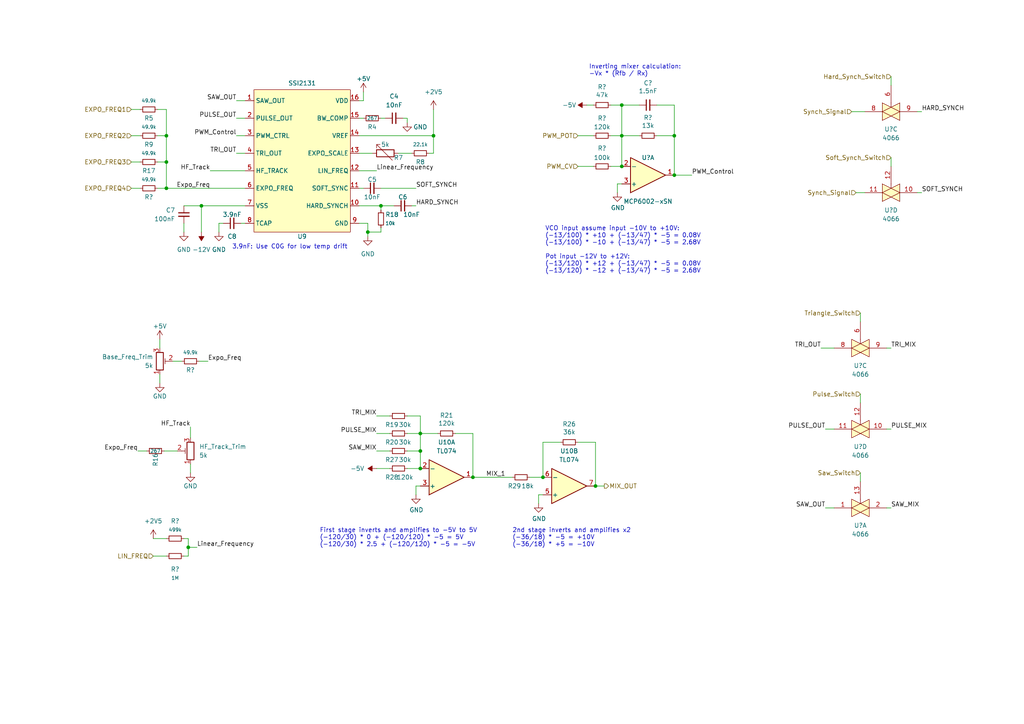
<source format=kicad_sch>
(kicad_sch (version 20211123) (generator eeschema)
  (paper "A4")
  (lib_symbols
    (symbol "4xxx:4066" (pin_names (offset 1.016))
      (property "Reference" "U" (at -7.62 8.89 0))
      (property "Value" "4066" (at -7.62 -8.89 0))
      (symbol "4066_1_0"
        (polyline (pts (xy 0 1.27) (xy 0 2.54)) (stroke (width 0.1524)))
        (polyline (pts (xy -2.54 0) (xy 2.54 2.54) (xy 2.54 -2.54) (xy -2.54 0)) (fill (type background)))
        (polyline (pts (xy -2.54 2.54) (xy 2.54 0) (xy -2.54 -2.54) (xy -2.54 2.54)) (fill (type background)))
        (pin passive line (at -7.62 0 0) (length 5.08) (name "~") (number "1"))
        (pin input line (at 0 7.62 270) (length 5.08) (name "~") (number "13"))
        (pin passive line (at 7.62 0 180) (length 5.08) (name "~") (number "2"))
      )
      (symbol "4066_2_0"
        (polyline (pts (xy 0 1.27) (xy 0 2.54)) (stroke (width 0.1524)))
        (polyline (pts (xy -2.54 0) (xy 2.54 2.54) (xy 2.54 -2.54) (xy -2.54 0)) (fill (type background)))
        (polyline (pts (xy -2.54 2.54) (xy 2.54 0) (xy -2.54 -2.54) (xy -2.54 2.54)) (fill (type background)))
        (pin passive line (at 7.62 0 180) (length 5.08) (name "~") (number "3"))
        (pin passive line (at -7.62 0 0) (length 5.08) (name "~") (number "4"))
        (pin input line (at 0 7.62 270) (length 5.08) (name "~") (number "5"))
      )
      (symbol "4066_3_0"
        (polyline (pts (xy 0 1.27) (xy 0 2.54)) (stroke (width 0.1524)))
        (polyline (pts (xy -2.54 0) (xy 2.54 2.54) (xy 2.54 -2.54) (xy -2.54 0)) (fill (type background)))
        (polyline (pts (xy -2.54 2.54) (xy 2.54 0) (xy -2.54 -2.54) (xy -2.54 2.54)) (fill (type background)))
        (pin input line (at 0 7.62 270) (length 5.08) (name "~") (number "6"))
        (pin passive line (at -7.62 0 0) (length 5.08) (name "~") (number "8"))
        (pin passive line (at 7.62 0 180) (length 5.08) (name "~") (number "9"))
      )
      (symbol "4066_4_0"
        (polyline (pts (xy 0 1.27) (xy 0 2.54)) (stroke (width 0.1524)))
        (polyline (pts (xy -2.54 0) (xy 2.54 2.54) (xy 2.54 -2.54) (xy -2.54 0)) (fill (type background)))
        (polyline (pts (xy -2.54 2.54) (xy 2.54 0) (xy -2.54 -2.54) (xy -2.54 2.54)) (fill (type background)))
        (pin passive line (at 7.62 0 180) (length 5.08) (name "~") (number "10"))
        (pin passive line (at -7.62 0 0) (length 5.08) (name "~") (number "11"))
        (pin input line (at 0 7.62 270) (length 5.08) (name "~") (number "12"))
      )
      (symbol "4066_5_0"
        (pin power_in line (at 0 12.7 270) (length 5.08) (name "VDD") (number "14"))
        (pin power_in line (at 0 -12.7 90) (length 5.08) (name "VSS") (number "7"))
      )
      (symbol "4066_5_1"
        (rectangle (start -5.08 7.62) (end 5.08 -7.62) (stroke (width 0.254)) (fill (type background)))
      )
    )
    (symbol "Amplifier_Operational:MCP6002-xSN" (pin_names (offset 0.127))
      (property "Reference" "U" (at 0 5.08 0))
      (property "Value" "MCP6002-xSN" (at 0 -5.08 0))
      (symbol "MCP6002-xSN_1_1"
        (polyline (pts (xy -5.08 5.08) (xy 5.08 0) (xy -5.08 -5.08) (xy -5.08 5.08)) (stroke (width 0.254)) (fill (type background)))
        (pin output line (at 7.62 0 180) (length 2.54) (name "~") (number "1"))
        (pin input line (at -7.62 -2.54 0) (length 2.54) (name "-") (number "2"))
        (pin input line (at -7.62 2.54 0) (length 2.54) (name "+") (number "3"))
      )
      (symbol "MCP6002-xSN_2_1"
        (polyline (pts (xy -5.08 5.08) (xy 5.08 0) (xy -5.08 -5.08) (xy -5.08 5.08)) (stroke (width 0.254)) (fill (type background)))
        (pin input line (at -7.62 2.54 0) (length 2.54) (name "+") (number "5"))
        (pin input line (at -7.62 -2.54 0) (length 2.54) (name "-") (number "6"))
        (pin output line (at 7.62 0 180) (length 2.54) (name "~") (number "7"))
      )
      (symbol "MCP6002-xSN_3_1"
        (pin power_in line (at -2.54 -7.62 90) (length 3.81) (name "V-") (number "4"))
        (pin power_in line (at -2.54 7.62 270) (length 3.81) (name "V+") (number "8"))
      )
    )
    (symbol "Amplifier_Operational:TL074" (pin_names (offset 0.127))
      (property "Reference" "U" (at 0 5.08 0))
      (property "Value" "TL074" (at 0 -5.08 0))
      (symbol "TL074_1_1"
        (polyline (pts (xy -5.08 5.08) (xy 5.08 0) (xy -5.08 -5.08) (xy -5.08 5.08)) (stroke (width 0.254)) (fill (type background)))
        (pin output line (at 7.62 0 180) (length 2.54) (name "~") (number "1"))
        (pin input line (at -7.62 -2.54 0) (length 2.54) (name "-") (number "2"))
        (pin input line (at -7.62 2.54 0) (length 2.54) (name "+") (number "3"))
      )
      (symbol "TL074_2_1"
        (polyline (pts (xy -5.08 5.08) (xy 5.08 0) (xy -5.08 -5.08) (xy -5.08 5.08)) (stroke (width 0.254)) (fill (type background)))
        (pin input line (at -7.62 2.54 0) (length 2.54) (name "+") (number "5"))
        (pin input line (at -7.62 -2.54 0) (length 2.54) (name "-") (number "6"))
        (pin output line (at 7.62 0 180) (length 2.54) (name "~") (number "7"))
      )
      (symbol "TL074_3_1"
        (polyline (pts (xy -5.08 5.08) (xy 5.08 0) (xy -5.08 -5.08) (xy -5.08 5.08)) (stroke (width 0.254)) (fill (type background)))
        (pin input line (at -7.62 2.54 0) (length 2.54) (name "+") (number "10"))
        (pin output line (at 7.62 0 180) (length 2.54) (name "~") (number "8"))
        (pin input line (at -7.62 -2.54 0) (length 2.54) (name "-") (number "9"))
      )
      (symbol "TL074_4_1"
        (polyline (pts (xy -5.08 5.08) (xy 5.08 0) (xy -5.08 -5.08) (xy -5.08 5.08)) (stroke (width 0.254)) (fill (type background)))
        (pin input line (at -7.62 2.54 0) (length 2.54) (name "+") (number "12"))
        (pin input line (at -7.62 -2.54 0) (length 2.54) (name "-") (number "13"))
        (pin output line (at 7.62 0 180) (length 2.54) (name "~") (number "14"))
      )
      (symbol "TL074_5_1"
        (pin power_in line (at -2.54 -7.62 90) (length 3.81) (name "V-") (number "11"))
        (pin power_in line (at -2.54 7.62 270) (length 3.81) (name "V+") (number "4"))
      )
    )
    (symbol "Custom_Audio:SSI2131"
      (property "Reference" "U" (at 0 21.59 0))
      (property "Value" "SSI2131" (at 0 -23.495 0))
      (symbol "SSI2131_0_0"
        (pin output line (at -16.51 16.51 0) (length 2.54) (name "SAW_OUT") (number "1"))
        (pin input line (at 16.51 -13.97 180) (length 2.54) (name "HARD_SYNCH") (number "10"))
        (pin input line (at 16.51 -8.89 180) (length 2.54) (name "SOFT_SYNC") (number "11"))
        (pin input line (at 16.51 -3.81 180) (length 2.54) (name "LIN_FREQ") (number "12"))
        (pin input line (at 16.51 1.27 180) (length 2.54) (name "EXPO_SCALE") (number "13"))
        (pin power_in line (at 16.51 6.35 180) (length 2.54) (name "VREF") (number "14"))
        (pin output line (at 16.51 11.43 180) (length 2.54) (name "BW_COMP") (number "15"))
        (pin power_in line (at 16.51 16.51 180) (length 2.54) (name "VDD") (number "16"))
        (pin output line (at -16.51 11.43 0) (length 2.54) (name "PULSE_OUT") (number "2"))
        (pin input line (at -16.51 6.35 0) (length 2.54) (name "PWM_CTRL") (number "3"))
        (pin output line (at -16.51 -3.81 0) (length 2.54) (name "HF_TRACK") (number "5"))
        (pin input line (at -16.51 -8.89 0) (length 2.54) (name "EXPO_FREQ") (number "6"))
        (pin power_in line (at -16.51 -13.97 0) (length 2.54) (name "VSS") (number "7"))
        (pin input line (at -16.51 -19.05 0) (length 2.54) (name "TCAP") (number "8"))
        (pin power_in line (at 16.51 -19.05 180) (length 2.54) (name "GND") (number "9"))
      )
      (symbol "SSI2131_0_1"
        (rectangle (start -13.97 19.685) (end 13.97 -21.59) (fill (type background)))
      )
      (symbol "SSI2131_1_1"
        (pin output line (at -16.51 1.27 0) (length 2.54) (name "TRI_OUT") (number "4"))
      )
    )
    (symbol "Device:C_Small" (pin_numbers hide) (pin_names (offset 0.254) hide)
      (property "Reference" "C" (at 0.254 1.778 0))
      (property "Value" "C_Small" (at 0.254 -2.032 0))
      (symbol "C_Small_0_1"
        (polyline (pts (xy -1.524 -0.508) (xy 1.524 -0.508)) (stroke (width 0.3302)))
        (polyline (pts (xy -1.524 0.508) (xy 1.524 0.508)) (stroke (width 0.3048)))
      )
      (symbol "C_Small_1_1"
        (pin passive line (at 0 2.54 270) (length 2.032) (name "~") (number "1"))
        (pin passive line (at 0 -2.54 90) (length 2.032) (name "~") (number "2"))
      )
    )
    (symbol "Device:R_Potentiometer_Trim" (pin_names (offset 1.016) hide)
      (property "Reference" "RV" (at -4.445 0 90))
      (property "Value" "R_Potentiometer_Trim" (at -2.54 0 90))
      (symbol "R_Potentiometer_Trim_0_1"
        (polyline (pts (xy 1.524 0.762) (xy 1.524 -0.762)))
        (polyline (pts (xy 2.54 0) (xy 1.524 0)))
        (rectangle (start 1.016 2.54) (end -1.016 -2.54) (stroke (width 0.254)))
      )
      (symbol "R_Potentiometer_Trim_1_1"
        (pin passive line (at 0 3.81 270) (length 1.27) (name "1") (number "1"))
        (pin passive line (at 3.81 0 180) (length 1.27) (name "2") (number "2"))
        (pin passive line (at 0 -3.81 90) (length 1.27) (name "3") (number "3"))
      )
    )
    (symbol "Device:R_Small" (pin_numbers hide) (pin_names (offset 0.254) hide)
      (property "Reference" "R" (at 0.762 0.508 0))
      (property "Value" "R_Small" (at 0.762 -1.016 0))
      (symbol "R_Small_0_1"
        (rectangle (start -0.762 1.778) (end 0.762 -1.778) (stroke (width 0.2032)))
      )
      (symbol "R_Small_1_1"
        (pin passive line (at 0 2.54 270) (length 0.762) (name "~") (number "1"))
        (pin passive line (at 0 -2.54 90) (length 0.762) (name "~") (number "2"))
      )
    )
    (symbol "Device:R_Variable" (pin_numbers hide) (pin_names (offset 0))
      (property "Reference" "R" (at 2.54 -2.54 90))
      (property "Value" "R_Variable" (at -2.54 -1.27 90))
      (symbol "R_Variable_0_1"
        (rectangle (start -1.016 -2.54) (end 1.016 2.54) (stroke (width 0.254)))
        (polyline (pts (xy 2.54 1.524) (xy 2.54 2.54) (xy 1.524 2.54) (xy 2.54 2.54) (xy -2.032 -2.032)))
      )
      (symbol "R_Variable_1_1"
        (pin passive line (at 0 3.81 270) (length 1.27) (name "~") (number "1"))
        (pin passive line (at 0 -3.81 90) (length 1.27) (name "~") (number "2"))
      )
    )
    (symbol "power:+2V5" (power) (pin_names (offset 0))
      (property "Value" "+2V5" (at 0 3.556 0))
      (symbol "+2V5_0_1"
        (polyline (pts (xy -0.762 1.27) (xy 0 2.54)))
        (polyline (pts (xy 0 0) (xy 0 2.54)))
        (polyline (pts (xy 0 2.54) (xy 0.762 1.27)))
      )
      (symbol "+2V5_1_1"
        (pin power_in line (at 0 0 90) (length 0) hide (name "+2V5") (number "1"))
      )
    )
    (symbol "power:+5V" (power) (pin_names (offset 0))
      (property "Value" "+5V" (at 0 3.556 0))
      (symbol "+5V_0_1"
        (polyline (pts (xy -0.762 1.27) (xy 0 2.54)))
        (polyline (pts (xy 0 0) (xy 0 2.54)))
        (polyline (pts (xy 0 2.54) (xy 0.762 1.27)))
      )
      (symbol "+5V_1_1"
        (pin power_in line (at 0 0 90) (length 0) hide (name "+5V") (number "1"))
      )
    )
    (symbol "power:-12V" (power) (pin_names (offset 0))
      (property "Value" "-12V" (at 0 3.81 0))
      (symbol "-12V_0_0"
        (pin power_in line (at 0 0 90) (length 0) hide (name "-12V") (number "1"))
      )
      (symbol "-12V_0_1"
        (polyline (pts (xy 0 0) (xy 0 1.27) (xy 0.762 1.27) (xy 0 2.54) (xy -0.762 1.27) (xy 0 1.27)) (fill (type outline)))
      )
    )
    (symbol "power:-5V" (power) (pin_names (offset 0))
      (property "Value" "-5V" (at 0 3.81 0))
      (symbol "-5V_0_0"
        (pin power_in line (at 0 0 90) (length 0) hide (name "-5V") (number "1"))
      )
      (symbol "-5V_0_1"
        (polyline (pts (xy 0 0) (xy 0 1.27) (xy 0.762 1.27) (xy 0 2.54) (xy -0.762 1.27) (xy 0 1.27)) (fill (type outline)))
      )
    )
    (symbol "power:GND" (power) (pin_names (offset 0))
      (property "Value" "GND" (at 0 -3.81 0))
      (symbol "GND_0_1"
        (polyline (pts (xy 0 0) (xy 0 -1.27) (xy 1.27 -1.27) (xy 0 -2.54) (xy -1.27 -1.27) (xy 0 -1.27)))
      )
      (symbol "GND_1_1"
        (pin power_in line (at 0 0 270) (length 0) hide (name "GND") (number "1"))
      )
    )
  )
  (junction (at 125.73 39.37))
  (junction (at 54.61 158.75))
  (junction (at 172.72 140.97))
  (junction (at 137.16 138.43))
  (junction (at 157.48 138.43))
  (junction (at 106.68 67.31))
  (junction (at 110.49 59.69))
  (junction (at 121.92 135.89))
  (junction (at 121.92 125.73))
  (junction (at 48.26 46.99))
  (junction (at 58.42 59.69))
  (junction (at 121.92 130.81))
  (junction (at 195.58 39.37))
  (junction (at 195.58 50.8))
  (junction (at 48.26 54.61))
  (junction (at 180.34 39.37))
  (junction (at 180.34 48.26))
  (junction (at 48.26 39.37))
  (junction (at 180.34 30.48))
  (wire (pts (xy 104.14 39.37) (xy 125.73 39.37)))
  (wire (pts (xy 45.72 39.37) (xy 48.26 39.37)))
  (wire (pts (xy 53.34 161.29) (xy 54.61 161.29)))
  (wire (pts (xy 54.61 158.75) (xy 54.61 156.21)))
  (wire (pts (xy 132.08 125.73) (xy 137.16 125.73)))
  (wire (pts (xy 121.92 125.73) (xy 121.92 130.81)))
  (wire (pts (xy 109.22 135.89) (xy 113.03 135.89)))
  (wire (pts (xy 190.5 39.37) (xy 195.58 39.37)))
  (wire (pts (xy 157.48 128.27) (xy 162.56 128.27)))
  (wire (pts (xy 120.65 140.97) (xy 120.65 143.51)))
  (wire (pts (xy 105.41 29.21) (xy 104.14 29.21)))
  (wire (pts (xy 104.14 49.53) (xy 109.22 49.53)))
  (wire (pts (xy 116.84 34.29) (xy 118.11 34.29)))
  (wire (pts (xy 239.395 147.32) (xy 241.935 147.32)))
  (wire (pts (xy 38.1 54.61) (xy 40.64 54.61)))
  (wire (pts (xy 68.58 29.21) (xy 71.12 29.21)))
  (wire (pts (xy 167.64 39.37) (xy 172.085 39.37)))
  (wire (pts (xy 177.165 39.37) (xy 180.34 39.37)))
  (wire (pts (xy 38.1 46.99) (xy 40.64 46.99)))
  (wire (pts (xy 266.065 32.385) (xy 267.335 32.385)))
  (wire (pts (xy 104.14 44.45) (xy 107.95 44.45)))
  (wire (pts (xy 55.245 134.62) (xy 55.245 137.16)))
  (wire (pts (xy 109.22 125.73) (xy 113.03 125.73)))
  (wire (pts (xy 109.22 130.81) (xy 113.03 130.81)))
  (wire (pts (xy 195.58 30.48) (xy 195.58 39.37)))
  (wire (pts (xy 47.625 130.81) (xy 51.435 130.81)))
  (wire (pts (xy 110.49 54.61) (xy 120.65 54.61)))
  (wire (pts (xy 110.49 34.29) (xy 111.76 34.29)))
  (wire (pts (xy 68.58 34.29) (xy 71.12 34.29)))
  (wire (pts (xy 170.18 30.48) (xy 172.085 30.48)))
  (wire (pts (xy 48.26 31.75) (xy 48.26 39.37)))
  (wire (pts (xy 58.42 59.69) (xy 58.42 67.31)))
  (wire (pts (xy 48.26 46.99) (xy 48.26 54.61)))
  (wire (pts (xy 105.41 26.67) (xy 105.41 29.21)))
  (wire (pts (xy 109.22 120.65) (xy 113.03 120.65)))
  (wire (pts (xy 106.68 64.77) (xy 106.68 67.31)))
  (wire (pts (xy 179.07 53.34) (xy 180.34 53.34)))
  (wire (pts (xy 48.26 156.21) (xy 44.45 156.21)))
  (wire (pts (xy 180.34 30.48) (xy 185.42 30.48)))
  (wire (pts (xy 119.38 59.69) (xy 120.65 59.69)))
  (wire (pts (xy 63.5 64.77) (xy 63.5 67.31)))
  (wire (pts (xy 258.445 22.225) (xy 258.445 24.765)))
  (wire (pts (xy 44.45 161.29) (xy 48.26 161.29)))
  (wire (pts (xy 45.72 46.99) (xy 48.26 46.99)))
  (wire (pts (xy 45.72 54.61) (xy 48.26 54.61)))
  (wire (pts (xy 48.26 39.37) (xy 48.26 46.99)))
  (wire (pts (xy 156.21 143.51) (xy 157.48 143.51)))
  (wire (pts (xy 118.11 135.89) (xy 121.92 135.89)))
  (wire (pts (xy 167.64 128.27) (xy 172.72 128.27)))
  (wire (pts (xy 137.16 138.43) (xy 148.59 138.43)))
  (wire (pts (xy 40.005 130.81) (xy 42.545 130.81)))
  (wire (pts (xy 50.165 104.775) (xy 52.705 104.775)))
  (wire (pts (xy 153.67 138.43) (xy 157.48 138.43)))
  (wire (pts (xy 156.21 143.51) (xy 156.21 146.05)))
  (wire (pts (xy 249.555 137.16) (xy 249.555 139.7)))
  (wire (pts (xy 118.11 130.81) (xy 121.92 130.81)))
  (wire (pts (xy 55.245 123.825) (xy 55.245 127)))
  (wire (pts (xy 247.015 32.385) (xy 250.825 32.385)))
  (wire (pts (xy 60.325 104.775) (xy 57.785 104.775)))
  (wire (pts (xy 54.61 161.29) (xy 54.61 158.75)))
  (wire (pts (xy 177.165 48.26) (xy 180.34 48.26)))
  (wire (pts (xy 46.355 98.425) (xy 46.355 100.965)))
  (wire (pts (xy 248.285 55.88) (xy 250.825 55.88)))
  (wire (pts (xy 180.34 39.37) (xy 185.42 39.37)))
  (wire (pts (xy 257.175 124.46) (xy 258.445 124.46)))
  (wire (pts (xy 48.26 31.75) (xy 45.72 31.75)))
  (wire (pts (xy 118.11 120.65) (xy 121.92 120.65)))
  (wire (pts (xy 38.1 31.75) (xy 40.64 31.75)))
  (wire (pts (xy 104.14 64.77) (xy 106.68 64.77)))
  (wire (pts (xy 38.1 39.37) (xy 40.64 39.37)))
  (wire (pts (xy 124.46 44.45) (xy 125.73 44.45)))
  (wire (pts (xy 179.07 53.34) (xy 179.07 55.88)))
  (wire (pts (xy 118.11 125.73) (xy 121.92 125.73)))
  (wire (pts (xy 60.96 49.53) (xy 71.12 49.53)))
  (wire (pts (xy 54.61 156.21) (xy 53.34 156.21)))
  (wire (pts (xy 63.5 64.77) (xy 64.77 64.77)))
  (wire (pts (xy 106.68 67.31) (xy 106.68 68.58)))
  (wire (pts (xy 137.16 125.73) (xy 137.16 138.43)))
  (wire (pts (xy 121.92 130.81) (xy 121.92 135.89)))
  (wire (pts (xy 266.065 55.88) (xy 267.335 55.88)))
  (wire (pts (xy 115.57 44.45) (xy 119.38 44.45)))
  (wire (pts (xy 68.58 39.37) (xy 71.12 39.37)))
  (wire (pts (xy 104.14 54.61) (xy 105.41 54.61)))
  (wire (pts (xy 53.34 64.77) (xy 53.34 67.31)))
  (wire (pts (xy 118.11 34.29) (xy 118.11 35.56)))
  (wire (pts (xy 167.64 48.26) (xy 172.085 48.26)))
  (wire (pts (xy 69.85 64.77) (xy 71.12 64.77)))
  (wire (pts (xy 190.5 30.48) (xy 195.58 30.48)))
  (wire (pts (xy 110.49 59.69) (xy 110.49 60.96)))
  (wire (pts (xy 257.175 147.32) (xy 258.445 147.32)))
  (wire (pts (xy 46.355 108.585) (xy 46.355 111.125)))
  (wire (pts (xy 180.34 39.37) (xy 180.34 48.26)))
  (wire (pts (xy 195.58 50.8) (xy 200.66 50.8)))
  (wire (pts (xy 257.175 100.965) (xy 258.445 100.965)))
  (wire (pts (xy 125.73 31.75) (xy 125.73 39.37)))
  (wire (pts (xy 258.445 45.72) (xy 258.445 48.26)))
  (wire (pts (xy 53.34 59.69) (xy 58.42 59.69)))
  (wire (pts (xy 195.58 39.37) (xy 195.58 50.8)))
  (wire (pts (xy 125.73 44.45) (xy 125.73 39.37)))
  (wire (pts (xy 54.61 158.75) (xy 57.15 158.75)))
  (wire (pts (xy 104.14 59.69) (xy 110.49 59.69)))
  (wire (pts (xy 105.41 34.29) (xy 104.14 34.29)))
  (wire (pts (xy 121.92 120.65) (xy 121.92 125.73)))
  (wire (pts (xy 48.26 54.61) (xy 71.12 54.61)))
  (wire (pts (xy 157.48 128.27) (xy 157.48 138.43)))
  (wire (pts (xy 120.65 140.97) (xy 121.92 140.97)))
  (wire (pts (xy 172.72 128.27) (xy 172.72 140.97)))
  (wire (pts (xy 110.49 59.69) (xy 114.3 59.69)))
  (wire (pts (xy 58.42 59.69) (xy 71.12 59.69)))
  (wire (pts (xy 177.165 30.48) (xy 180.34 30.48)))
  (wire (pts (xy 238.125 100.965) (xy 241.935 100.965)))
  (wire (pts (xy 68.58 44.45) (xy 71.12 44.45)))
  (wire (pts (xy 172.72 140.97) (xy 175.26 140.97)))
  (wire (pts (xy 249.555 114.3) (xy 249.555 116.84)))
  (wire (pts (xy 121.92 125.73) (xy 127 125.73)))
  (wire (pts (xy 180.34 30.48) (xy 180.34 39.37)))
  (wire (pts (xy 110.49 66.04) (xy 110.49 67.31)))
  (wire (pts (xy 239.395 124.46) (xy 241.935 124.46)))
  (wire (pts (xy 249.555 90.805) (xy 249.555 93.345)))
  (wire (pts (xy 110.49 67.31) (xy 106.68 67.31)))
  (text "First stage inverts and amplifies to -5V to 5V\n(-120/30) * 0 + (-120/120) * -5 = 5V\n(-120/30) * 2.5 + (-120/120) * -5 = -5V" (at 92.71 158.75 0) (effects (font (size 1.27 1.27)) (justify left bottom)))
  (text "Inverting mixer calculation:\n-Vx * (Rfb / Rx)" (at 170.815 22.225 0) (effects (font (size 1.27 1.27)) (justify left bottom)))
  (text "VCO input assume input -10V to +10V:\n(-13/100) * +10 + (-13/47) * -5 = 0.08V\n(-13/100) * -10 + (-13/47) * -5 = 2.68V\n\nPot input -12V to +12V:\n(-13/120) * +12 + (-13/47) * -5 = 0.08V\n(-13/120) * -12 + (-13/47) * -5 = 2.68V" (at 158.115 79.375 0) (effects (font (size 1.27 1.27)) (justify left bottom)))
  (text "3.9nF: Use C0G for low temp drift" (at 67.31 72.39 0) (effects (font (size 1.27 1.27)) (justify left bottom)))
  (text "2nd stage inverts and amplifies x2\n(-36/18) * -5 = +10V\n(-36/18) * +5 = -10V" (at 148.59 158.75 0) (effects (font (size 1.27 1.27)) (justify left bottom)))
  (label "SAW_MIX" (at 258.445 147.32 0))
  (label "SAW_OUT" (at 239.395 147.32 180))
  (label "Linear_Frequency" (at 109.22 49.53 0))
  (label "Expo_Freq" (at 60.96 54.61 180))
  (label "MIX_1" (at 140.97 138.43 0))
  (label "SOFT_SYNCH" (at 120.65 54.61 0))
  (label "HARD_SYNCH" (at 267.335 32.385 0))
  (label "TRI_OUT" (at 68.58 44.45 180))
  (label "SAW_MIX" (at 109.22 130.81 180))
  (label "HARD_SYNCH" (at 120.65 59.69 0))
  (label "PULSE_MIX" (at 258.445 124.46 0))
  (label "TRI_OUT" (at 238.125 100.965 180))
  (label "Expo_Freq" (at 60.325 104.775 0))
  (label "SOFT_SYNCH" (at 267.335 55.88 0))
  (label "HF_Track" (at 60.96 49.53 180))
  (label "PULSE_MIX" (at 109.22 125.73 180))
  (label "SAW_OUT" (at 68.58 29.21 180))
  (label "TRI_MIX" (at 258.445 100.965 0))
  (label "PWM_Control" (at 68.58 39.37 180))
  (label "PWM_Control" (at 200.66 50.8 0))
  (label "PULSE_OUT" (at 239.395 124.46 180))
  (label "HF_Track" (at 55.245 123.825 180))
  (label "Expo_Freq" (at 40.005 130.81 180))
  (label "Linear_Frequency" (at 57.15 158.75 0))
  (label "PULSE_OUT" (at 68.58 34.29 180))
  (label "TRI_MIX" (at 109.22 120.65 180))
  (hierarchical_label "EXPO_FREQ2" (shape input) (at 38.1 39.37 180))
  (hierarchical_label "MIX_OUT" (shape output) (at 175.26 140.97 0))
  (hierarchical_label "Triangle_Switch" (shape input) (at 249.555 90.805 180))
  (hierarchical_label "Saw_Switch" (shape input) (at 249.555 137.16 180))
  (hierarchical_label "PWM_POT" (shape input) (at 167.64 39.37 180))
  (hierarchical_label "Synch_Signal" (shape input) (at 247.015 32.385 180))
  (hierarchical_label "LIN_FREQ" (shape input) (at 44.45 161.29 180))
  (hierarchical_label "EXPO_FREQ4" (shape input) (at 38.1 54.61 180))
  (hierarchical_label "EXPO_FREQ1" (shape input) (at 38.1 31.75 180))
  (hierarchical_label "EXPO_FREQ3" (shape input) (at 38.1 46.99 180))
  (hierarchical_label "Soft_Synch_Switch" (shape input) (at 258.445 45.72 180))
  (hierarchical_label "Synch_Signal" (shape input) (at 248.285 55.88 180))
  (hierarchical_label "Pulse_Switch" (shape input) (at 249.555 114.3 180))
  (hierarchical_label "PWM_CV" (shape input) (at 167.64 48.26 180))
  (hierarchical_label "Hard_Synch_Switch" (shape input) (at 258.445 22.225 180))
  (symbol (lib_id "power:+2V5") (at 44.45 156.21 0) (mirror y) (unit 1)
    (property "Reference" "#PWR?" (effects hide))
    (property "Value" "+2V5" (at 44.45 151.13 0))
  )
  (symbol (lib_id "Device:R_Small") (at 174.625 30.48 270) (unit 1)
    (property "Reference" "R?" (at 174.625 25.2222 90))
    (property "Value" "47k" (at 174.625 27.5336 90))
    (property "Footprint" "Resistor_SMD:R_0805_2012Metric" (effects hide))
  )
  (symbol (lib_id "Device:R_Small") (at 174.625 39.37 270) (unit 1)
    (property "Reference" "R?" (at 174.625 34.29 90))
    (property "Value" "120k" (at 174.625 36.83 90))
    (property "Footprint" "Resistor_SMD:R_0805_2012Metric" (effects hide))
  )
  (symbol (lib_id "power:GND") (at 46.355 111.125 0) (mirror y) (unit 1)
    (property "Reference" "#PWR?" (effects hide))
    (property "Value" "GND" (at 46.355 114.935 0))
  )
  (symbol (lib_id "power:GND") (at 179.07 55.88 0) (unit 1)
    (property "Reference" "#PWR?" (effects hide))
    (property "Value" "GND" (at 179.197 60.2742 0))
  )
  (symbol (lib_id "Device:C_Small") (at 116.84 59.69 90) (unit 1)
    (property "Reference" "C6" (at 116.84 57.15 90))
    (property "Value" "10nF" (at 119.38 62.23 90))
    (property "Footprint" "Capacitor_SMD:C_0805_2012Metric" (effects hide))
  )
  (symbol (lib_id "Device:R_Small") (at 129.54 125.73 270) (unit 1)
    (property "Reference" "R21" (at 129.54 120.4722 90))
    (property "Value" "120k" (at 129.54 122.7836 90))
    (property "Footprint" "Resistor_SMD:R_0805_2012Metric" (effects hide))
  )
  (symbol (lib_id "Device:R_Small") (at 45.085 130.81 270) (unit 1)
    (property "Reference" "R16" (at 45.085 133.35 0))
    (property "Value" "267" (at 45.085 130.81 90) (effects (font (size 1 1))))
    (property "Footprint" "Resistor_SMD:R_0805_2012Metric" (effects hide))
  )
  (symbol (lib_id "Device:R_Small") (at 50.8 156.21 270) (mirror x) (unit 1)
    (property "Reference" "R?" (at 50.8 151.13 90))
    (property "Value" "499k" (at 50.8 153.67 90) (effects (font (size 1 1))))
    (property "Footprint" "Resistor_SMD:R_0805_2012Metric" (effects hide))
  )
  (symbol (lib_id "Amplifier_Operational:TL074") (at 165.1 140.97 0) (mirror x) (unit 2)
    (property "Reference" "U10" (at 165.1 130.81 0))
    (property "Value" "TL074" (at 165.1 133.35 0))
    (property "Datasheet" "http://www.ti.com/lit/ds/symlink/tl071.pdf" (effects hide))
  )
  (symbol (lib_id "4xxx:4066") (at 258.445 55.88 0) (unit 4)
    (property "Reference" "U?" (at 258.445 60.96 0))
    (property "Value" "4066" (at 258.445 63.5 0))
    (property "Footprint" "Package_SO:TSSOP-14_4.4x5mm_P0.65mm" (effects hide))
    (property "Datasheet" "http://www.ti.com/lit/ds/symlink/cd4066b.pdf" (effects hide))
  )
  (symbol (lib_id "power:-12V") (at 58.42 67.31 180) (unit 1)
    (property "Reference" "#PWR034" (effects hide))
    (property "Value" "-12V" (at 58.42 72.39 0))
  )
  (symbol (lib_id "power:GND") (at 55.245 137.16 0) (unit 1)
    (property "Reference" "#PWR017" (effects hide))
    (property "Value" "GND" (at 55.245 140.97 0))
  )
  (symbol (lib_id "Device:R_Small") (at 115.57 125.73 270) (unit 1)
    (property "Reference" "R20" (at 113.665 128.27 90))
    (property "Value" "30k" (at 117.475 128.27 90))
    (property "Footprint" "Resistor_SMD:R_0805_2012Metric" (effects hide))
  )
  (symbol (lib_id "Device:R_Small") (at 165.1 128.27 270) (unit 1)
    (property "Reference" "R26" (at 165.1 123.0122 90))
    (property "Value" "36k" (at 165.1 125.3236 90))
    (property "Footprint" "Resistor_SMD:R_0805_2012Metric" (effects hide))
  )
  (symbol (lib_id "Device:R_Small") (at 50.8 161.29 90) (unit 1)
    (property "Reference" "R?" (at 50.8 165.1 90))
    (property "Value" "1M" (at 50.8 167.64 90) (effects (font (size 1 1))))
    (property "Footprint" "Resistor_SMD:R_0805_2012Metric" (effects hide))
  )
  (symbol (lib_id "4xxx:4066") (at 258.445 32.385 0) (unit 3)
    (property "Reference" "U?" (at 258.445 37.465 0))
    (property "Value" "4066" (at 258.445 40.005 0))
    (property "Footprint" "Package_SO:TSSOP-14_4.4x5mm_P0.65mm" (effects hide))
    (property "Datasheet" "http://www.ti.com/lit/ds/symlink/cd4066b.pdf" (effects hide))
  )
  (symbol (lib_id "Device:R_Small") (at 107.95 34.29 90) (unit 1)
    (property "Reference" "R4" (at 107.95 36.83 90))
    (property "Value" "267" (at 107.95 34.29 90) (effects (font (size 1 1))))
    (property "Footprint" "Resistor_SMD:R_0805_2012Metric" (effects hide))
  )
  (symbol (lib_id "Device:R_Small") (at 55.245 104.775 90) (unit 1)
    (property "Reference" "R?" (at 55.245 107.315 90))
    (property "Value" "49.9k" (at 55.245 102.235 90) (effects (font (size 1 1))))
    (property "Footprint" "Resistor_SMD:R_0805_2012Metric" (effects hide))
  )
  (symbol (lib_id "Device:R_Small") (at 121.92 44.45 90) (unit 1)
    (property "Reference" "R8" (at 121.92 46.99 90))
    (property "Value" "22.1k" (at 121.92 41.91 90) (effects (font (size 1 1))))
    (property "Footprint" "Resistor_SMD:R_0805_2012Metric" (effects hide))
  )
  (symbol (lib_id "Amplifier_Operational:TL074") (at 129.54 138.43 0) (mirror x) (unit 1)
    (property "Reference" "U10" (at 129.54 128.27 0))
    (property "Value" "TL074" (at 129.54 130.81 0))
    (property "Datasheet" "http://www.ti.com/lit/ds/symlink/tl071.pdf" (effects hide))
  )
  (symbol (lib_id "power:GND") (at 63.5 67.31 0) (unit 1)
    (property "Reference" "#PWR035" (effects hide))
    (property "Value" "GND" (at 63.5 72.39 0))
  )
  (symbol (lib_id "Device:R_Small") (at 43.18 39.37 90) (unit 1)
    (property "Reference" "R9" (at 43.18 41.91 90))
    (property "Value" "49.9k" (at 43.18 36.83 90) (effects (font (size 1 1))))
    (property "Footprint" "Resistor_SMD:R_0805_2012Metric" (effects hide))
  )
  (symbol (lib_id "power:GND") (at 118.11 35.56 0) (unit 1)
    (property "Reference" "#PWR016" (effects hide))
    (property "Value" "GND" (at 121.92 36.83 0))
  )
  (symbol (lib_id "Amplifier_Operational:MCP6002-xSN") (at 187.96 50.8 0) (mirror x) (unit 1)
    (property "Reference" "U?" (at 187.96 45.72 0))
    (property "Value" "MCP6002-xSN" (at 187.96 58.42 0))
    (property "Footprint" "Package_SO:MSOP-8_3x3mm_P0.65mm" (effects hide))
    (property "Datasheet" "http://ww1.microchip.com/downloads/en/DeviceDoc/21733j.pdf" (effects hide))
  )
  (symbol (lib_id "power:-5V") (at 170.18 30.48 90) (unit 1)
    (property "Reference" "#PWR?" (effects hide))
    (property "Value" "-5V" (at 165.1 30.48 90))
  )
  (symbol (lib_id "power:+5V") (at 105.41 26.67 0) (unit 1)
    (property "Reference" "#PWR014" (effects hide))
    (property "Value" "+5V" (at 105.41 22.86 0))
  )
  (symbol (lib_id "Device:R_Small") (at 187.96 39.37 270) (unit 1)
    (property "Reference" "R?" (at 187.96 34.1122 90))
    (property "Value" "13k" (at 187.96 36.4236 90))
    (property "Footprint" "Resistor_SMD:R_0805_2012Metric" (effects hide))
  )
  (symbol (lib_id "Device:C_Small") (at 67.31 64.77 90) (unit 1)
    (property "Reference" "C8" (at 67.31 68.58 90))
    (property "Value" "3.9nF" (at 67.31 62.23 90))
    (property "Footprint" "Capacitor_SMD:C_0805_2012Metric" (effects hide))
  )
  (symbol (lib_id "Device:R_Small") (at 151.13 138.43 270) (unit 1)
    (property "Reference" "R29" (at 149.225 140.97 90))
    (property "Value" "18k" (at 153.035 140.97 90))
    (property "Footprint" "Resistor_SMD:R_0805_2012Metric" (effects hide))
  )
  (symbol (lib_id "Device:R_Potentiometer_Trim") (at 55.245 130.81 180) (unit 1)
    (property "Reference" "HF_Track_Trim" (at 57.785 129.5399 0) (effects (justify right)))
    (property "Value" "5k" (at 57.785 132.0799 0) (effects (justify right)))
    (property "Footprint" "Potentiometer_THT:Potentiometer_Bourns_3266W_Vertical" (effects hide))
  )
  (symbol (lib_id "Device:C_Small") (at 107.95 54.61 90) (unit 1)
    (property "Reference" "C5" (at 107.95 52.07 90))
    (property "Value" "10nF" (at 107.95 57.15 90))
    (property "Footprint" "Capacitor_SMD:C_0805_2012Metric" (effects hide))
  )
  (symbol (lib_id "Device:C_Small") (at 187.96 30.48 90) (unit 1)
    (property "Reference" "C?" (at 187.96 24.0792 90))
    (property "Value" "1.5nF" (at 187.96 26.3906 90))
    (property "Footprint" "Capacitor_SMD:C_0805_2012Metric" (effects hide))
  )
  (symbol (lib_id "Device:R_Small") (at 110.49 63.5 180) (unit 1)
    (property "Reference" "R18" (at 111.76 62.23 0) (effects (justify right)))
    (property "Value" "10k" (at 111.76 64.77 0) (effects (font (size 1 1)) (justify right)))
    (property "Footprint" "Resistor_SMD:R_0805_2012Metric" (effects hide))
  )
  (symbol (lib_id "power:GND") (at 53.34 67.31 0) (unit 1)
    (property "Reference" "#PWR031" (effects hide))
    (property "Value" "GND" (at 53.34 72.39 0))
  )
  (symbol (lib_id "Device:R_Small") (at 43.18 54.61 90) (unit 1)
    (property "Reference" "R?" (at 43.18 57.15 90))
    (property "Value" "49.9k" (at 43.18 52.07 90) (effects (font (size 1 1))))
    (property "Footprint" "Resistor_SMD:R_0805_2012Metric" (effects hide))
  )
  (symbol (lib_id "Device:R_Small") (at 43.18 31.75 90) (unit 1)
    (property "Reference" "R5" (at 43.18 34.29 90))
    (property "Value" "49.9k" (at 43.18 29.21 90) (effects (font (size 1 1))))
    (property "Footprint" "Resistor_SMD:R_0805_2012Metric" (effects hide))
  )
  (symbol (lib_id "4xxx:4066") (at 249.555 124.46 0) (unit 4)
    (property "Reference" "U?" (at 249.555 129.54 0))
    (property "Value" "4066" (at 249.555 132.08 0))
    (property "Footprint" "Package_SO:TSSOP-14_4.4x5mm_P0.65mm" (effects hide))
    (property "Datasheet" "http://www.ti.com/lit/ds/symlink/cd4066b.pdf" (effects hide))
  )
  (symbol (lib_id "power:+5V") (at 46.355 98.425 0) (unit 1)
    (property "Reference" "#PWR?" (effects hide))
    (property "Value" "+5V" (at 46.355 94.615 0))
  )
  (symbol (lib_id "Device:C_Small") (at 53.34 62.23 0) (unit 1)
    (property "Reference" "C7" (at 50.8 60.9662 0) (effects (justify right)))
    (property "Value" "100nF" (at 50.8 63.5062 0) (effects (justify right)))
    (property "Footprint" "Capacitor_SMD:C_0805_2012Metric" (effects hide))
  )
  (symbol (lib_id "Custom_Audio:SSI2131") (at 87.63 45.72 0) (unit 1)
    (property "Reference" "U9" (at 87.63 68.58 0))
    (property "Value" "SSI2131" (at 87.63 24.13 0))
    (property "Footprint" "Package_SO:SOIC-16_3.9x9.9mm_P1.27mm" (effects hide))
  )
  (symbol (lib_id "4xxx:4066") (at 249.555 100.965 0) (unit 3)
    (property "Reference" "U?" (at 249.555 106.045 0))
    (property "Value" "4066" (at 249.555 108.585 0))
    (property "Footprint" "Package_SO:TSSOP-14_4.4x5mm_P0.65mm" (effects hide))
    (property "Datasheet" "http://www.ti.com/lit/ds/symlink/cd4066b.pdf" (effects hide))
  )
  (symbol (lib_id "power:GND") (at 106.68 68.58 0) (unit 1)
    (property "Reference" "#PWR036" (effects hide))
    (property "Value" "GND" (at 106.68 73.66 0))
  )
  (symbol (lib_id "Device:R_Variable") (at 111.76 44.45 90) (unit 1)
    (property "Reference" "R7" (at 115.57 45.72 90))
    (property "Value" "5k" (at 111.76 41.91 90))
    (property "Footprint" "Potentiometer_THT:Potentiometer_Piher_PT-6-V_Vertical" (effects hide))
  )
  (symbol (lib_id "Device:R_Small") (at 174.625 48.26 270) (unit 1)
    (property "Reference" "R?" (at 174.625 43.0022 90))
    (property "Value" "100k" (at 174.625 45.72 90))
    (property "Footprint" "Resistor_SMD:R_0805_2012Metric" (effects hide))
  )
  (symbol (lib_id "power:-5V") (at 109.22 135.89 90) (unit 1)
    (property "Reference" "#PWR037" (effects hide))
    (property "Value" "-5V" (at 101.6 135.89 90) (effects (justify right)))
  )
  (symbol (lib_id "4xxx:4066") (at 249.555 147.32 0) (unit 1)
    (property "Reference" "U?" (at 249.555 152.4 0))
    (property "Value" "4066" (at 249.555 154.94 0))
    (property "Footprint" "Package_SO:TSSOP-14_4.4x5mm_P0.65mm" (effects hide))
    (property "Datasheet" "http://www.ti.com/lit/ds/symlink/cd4066b.pdf" (effects hide))
  )
  (symbol (lib_id "power:GND") (at 156.21 146.05 0) (unit 1)
    (property "Reference" "#PWR045" (effects hide))
    (property "Value" "GND" (at 156.337 150.4442 0))
  )
  (symbol (lib_id "Device:R_Small") (at 115.57 130.81 270) (unit 1)
    (property "Reference" "R27" (at 113.665 133.35 90))
    (property "Value" "30k" (at 117.475 133.35 90))
    (property "Footprint" "Resistor_SMD:R_0805_2012Metric" (effects hide))
  )
  (symbol (lib_id "Device:R_Small") (at 43.18 46.99 90) (unit 1)
    (property "Reference" "R17" (at 43.18 49.53 90))
    (property "Value" "49.9k" (at 43.18 44.45 90) (effects (font (size 1 1))))
    (property "Footprint" "Resistor_SMD:R_0805_2012Metric" (effects hide))
  )
  (symbol (lib_id "Device:R_Small") (at 115.57 120.65 270) (unit 1)
    (property "Reference" "R19" (at 113.665 123.19 90))
    (property "Value" "30k" (at 117.475 123.19 90))
    (property "Footprint" "Resistor_SMD:R_0805_2012Metric" (effects hide))
  )
  (symbol (lib_id "power:GND") (at 120.65 143.51 0) (unit 1)
    (property "Reference" "#PWR044" (effects hide))
    (property "Value" "GND" (at 120.777 147.9042 0))
  )
  (symbol (lib_id "Device:R_Small") (at 115.57 135.89 270) (unit 1)
    (property "Reference" "R28" (at 113.665 138.43 90))
    (property "Value" "120k" (at 117.475 138.43 90))
    (property "Footprint" "Resistor_SMD:R_0805_2012Metric" (effects hide))
  )
  (symbol (lib_id "power:+2V5") (at 125.73 31.75 0) (unit 1)
    (property "Reference" "#PWR015" (effects hide))
    (property "Value" "+2V5" (at 125.73 26.67 0))
  )
  (symbol (lib_id "Device:R_Potentiometer_Trim") (at 46.355 104.775 0) (mirror x) (unit 1)
    (property "Reference" "Base_Freq_Trim" (at 44.45 103.5049 0) (effects (justify right)))
    (property "Value" "5k" (at 44.45 106.0449 0) (effects (justify right)))
    (property "Footprint" "Potentiometer_THT:Potentiometer_Bourns_3266W_Vertical" (effects hide))
  )
  (symbol (lib_id "Device:C_Small") (at 114.3 34.29 90) (unit 1)
    (property "Reference" "C4" (at 114.3063 27.94 90))
    (property "Value" "10nF" (at 114.3063 30.48 90))
    (property "Footprint" "Capacitor_SMD:C_0805_2012Metric" (effects hide))
  )
)
</source>
